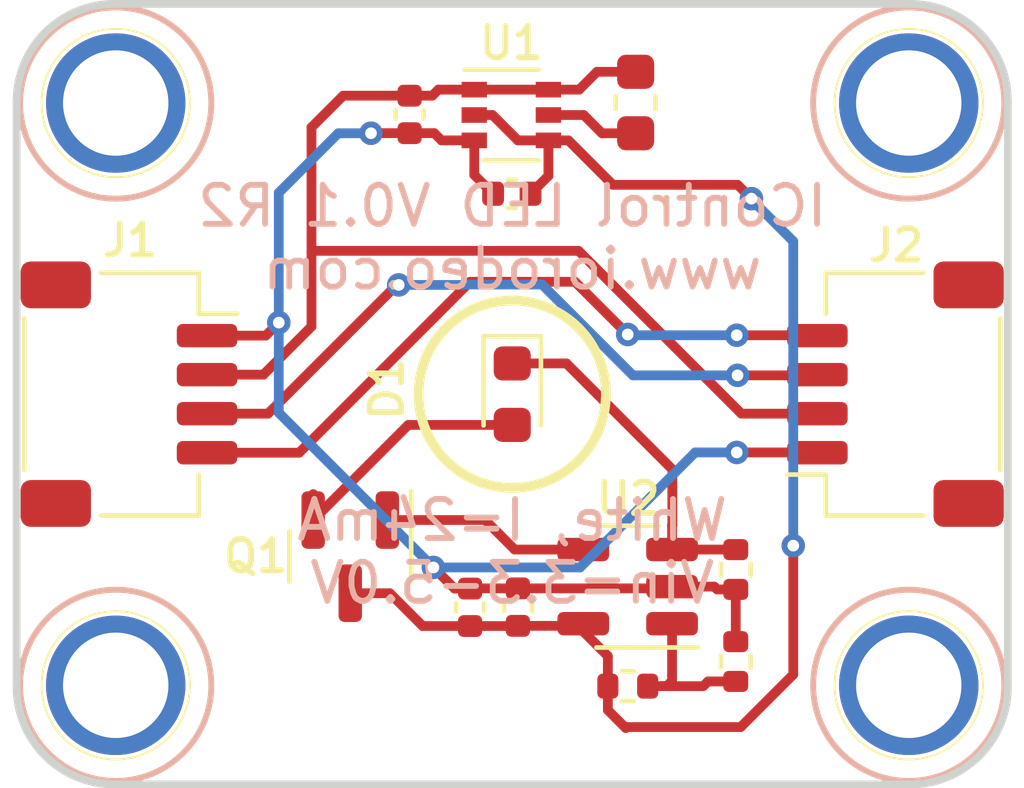
<source format=kicad_pcb>
(kicad_pcb (version 20221018) (generator pcbnew)
  (layers (0 "F.Cu" signal) (31 "B.Cu" signal) (34 "B.Paste" user) (35 "F.Paste" user) (36 "B.SilkS" user "B.Silkscreen") (37 "F.SilkS" user "F.Silkscreen") (38 "B.Mask" user) (39 "F.Mask" user) (44 "Edge.Cuts" user))
  (net 0 "")
  (net 1 "GND")
  (net 2 "/VIN")
  (net 3 "/VL")
  (net 4 "/SCL")
  (net 5 "/SDA")
  (net 6 "/5V")
  (net 7 "Net-(D1-K)")
  (net 8 "Net-(D1-A)")
  (net 9 "Net-(Q1-B)")
  (net 10 "/Vset")
  (footprint "custom_mount_hole:MountingHole_2.5mm_Pad" (layer "F.Cu") (at 52.54 52.54)
    (fp_text reference "M1" hide)
    (fp_text value "MountingHole_2.5mm_Pad" hide)
    (fp_circle (center 0 0) (end 2.45 0) (stroke (width 0.15)) (fill none) (layer "B.SilkS"))
    (fp_circle (center 0 0) (end 1.9 0) (stroke (width 0.05)) (fill none) (layer "F.SilkS"))
    (fp_circle (center 0 0) (end 2.45 0) (stroke (width 0.15)) (fill none) (layer "F.SilkS"))
    (pad "~" thru_hole circle (at 0 0) (size 3.57 3.57) (drill 2.7) (layers "*.Cu" "*.Mask"))
  )
  (footprint "custom_mount_hole:MountingHole_2.5mm_Pad" (layer "F.Cu") (at 72.86 52.54)
    (fp_text reference "M2" hide)
    (fp_text value "MountingHole_2.5mm_Pad" hide)
    (fp_circle (center 0 0) (end 2.45 0) (stroke (width 0.15)) (fill none) (layer "B.SilkS"))
    (fp_circle (center 0 0) (end 1.9 0) (stroke (width 0.05)) (fill none) (layer "F.SilkS"))
    (fp_circle (center 0 0) (end 2.45 0) (stroke (width 0.15)) (fill none) (layer "F.SilkS"))
    (pad "~" thru_hole circle (at 0 0) (size 3.57 3.57) (drill 2.7) (layers "*.Cu" "*.Mask"))
  )
  (footprint "custom_mount_hole:MountingHole_2.5mm_Pad" (layer "F.Cu") (at 72.86 67.46)
    (fp_text reference "M3" hide)
    (fp_text value "MountingHole_2.5mm_Pad" hide)
    (fp_circle (center 0 0) (end 2.45 0) (stroke (width 0.15)) (fill none) (layer "B.SilkS"))
    (fp_circle (center 0 0) (end 1.9 0) (stroke (width 0.05)) (fill none) (layer "F.SilkS"))
    (fp_circle (center 0 0) (end 2.45 0) (stroke (width 0.15)) (fill none) (layer "F.SilkS"))
    (pad "~" thru_hole circle (at 0 0) (size 3.57 3.57) (drill 2.7) (layers "*.Cu" "*.Mask"))
  )
  (footprint "custom_mount_hole:MountingHole_2.5mm_Pad" (layer "F.Cu") (at 52.54 67.46)
    (fp_text reference "M4" hide)
    (fp_text value "MountingHole_2.5mm_Pad" hide)
    (fp_circle (center 0 0) (end 2.45 0) (stroke (width 0.15)) (fill none) (layer "B.SilkS"))
    (fp_circle (center 0 0) (end 1.9 0) (stroke (width 0.05)) (fill none) (layer "F.SilkS"))
    (fp_circle (center 0 0) (end 2.45 0) (stroke (width 0.15)) (fill none) (layer "F.SilkS"))
    (pad "~" thru_hole circle (at 0 0) (size 3.57 3.57) (drill 2.7) (layers "*.Cu" "*.Mask"))
  )
  (footprint "LED_SMD:LED_0603_1608Metric" (layer "F.Cu") (at 62.7 60 -90)
    (fp_text reference "D1" (at -0.1322 3.2132 90) (layer "F.SilkS") (effects (font (size 0.8 0.8))))
    (fp_text value "LED" hide)
    (fp_line (start -1.485 -0.735) (end -1.485 0.735) (stroke (width 0.12)) (layer "F.SilkS"))
    (fp_line (start -1.485 0.735) (end 0.8 0.735) (stroke (width 0.12)) (layer "F.SilkS"))
    (fp_line (start 0.8 -0.735) (end -1.485 -0.735) (stroke (width 0.12)) (layer "F.SilkS"))
    (pad "1" smd roundrect (at -0.7875 0 270) (size 0.875 0.95) (layers "F.Cu" "F.Paste" "F.Mask") (net 7 "Net-(D1-K)"))
    (pad "2" smd roundrect (at 0.7875 0 270) (size 0.875 0.95) (layers "F.Cu" "F.Paste" "F.Mask") (net 8 "Net-(D1-A)"))
  )
  (footprint "JST_SH_SM04B_custom:JST_SH_SM04B-SRSS-TB_1x04-1MP_P1.00mm_Horizontal" (layer "F.Cu") (at 52.88 60 -90)
    (fp_text reference "J1" (at -3.9422 -0.0298) (layer "F.SilkS") (effects (font (size 0.8 0.8))))
    (fp_text value "Conn_01x04" hide)
    (fp_line (start -3.11 -1.785) (end -2.06 -1.785) (stroke (width 0.12)) (layer "F.SilkS"))
    (fp_line (start -3.11 0.715) (end -3.11 -1.785) (stroke (width 0.12)) (layer "F.SilkS"))
    (fp_line (start -2.06 -1.785) (end -2.06 -2.775) (stroke (width 0.12)) (layer "F.SilkS"))
    (fp_line (start -1.94 2.685) (end 1.94 2.685) (stroke (width 0.12)) (layer "F.SilkS"))
    (fp_line (start 3.11 -1.785) (end 2.06 -1.785) (stroke (width 0.12)) (layer "F.SilkS"))
    (fp_line (start 3.11 0.715) (end 3.11 -1.785) (stroke (width 0.12)) (layer "F.SilkS"))
    (pad "1" smd roundrect (at -1.5 -2 270) (size 0.6 1.55) (layers "F.Cu" "F.Paste" "F.Mask") (net 1 "GND"))
    (pad "2" smd roundrect (at -0.5 -2 270) (size 0.6 1.55) (layers "F.Cu" "F.Paste" "F.Mask") (net 2 "/VIN"))
    (pad "3" smd roundrect (at 0.5 -2 270) (size 0.6 1.55) (layers "F.Cu" "F.Paste" "F.Mask") (net 5 "/SDA"))
    (pad "4" smd roundrect (at 1.5 -2 270) (size 0.6 1.55) (layers "F.Cu" "F.Paste" "F.Mask") (net 4 "/SCL"))
    (pad "MP" smd roundrect (at -2.8 1.875 270) (size 1.2 1.8) (layers "F.Cu" "F.Paste" "F.Mask") (roundrect_rratio 0.2083333333))
    (pad "MP" smd roundrect (at 2.8 1.875 270) (size 1.2 1.8) (layers "F.Cu" "F.Paste" "F.Mask") (roundrect_rratio 0.2083333333))
  )
  (footprint "JST_SH_SM04B_custom:JST_SH_SM04B-SRSS-TB_1x04-1MP_P1.00mm_Horizontal" (layer "F.Cu") (at 72.52 60 90)
    (fp_text reference "J2" (at 3.8152 0.0208 180) (layer "F.SilkS") (effects (font (size 0.8 0.8))))
    (fp_text value "Conn_01x04" hide)
    (fp_line (start -3.11 -1.785) (end -2.06 -1.785) (stroke (width 0.12)) (layer "F.SilkS"))
    (fp_line (start -3.11 0.715) (end -3.11 -1.785) (stroke (width 0.12)) (layer "F.SilkS"))
    (fp_line (start -2.06 -1.785) (end -2.06 -2.775) (stroke (width 0.12)) (layer "F.SilkS"))
    (fp_line (start -1.94 2.685) (end 1.94 2.685) (stroke (width 0.12)) (layer "F.SilkS"))
    (fp_line (start 3.11 -1.785) (end 2.06 -1.785) (stroke (width 0.12)) (layer "F.SilkS"))
    (fp_line (start 3.11 0.715) (end 3.11 -1.785) (stroke (width 0.12)) (layer "F.SilkS"))
    (pad "1" smd roundrect (at -1.5 -2 90) (size 0.6 1.55) (layers "F.Cu" "F.Paste" "F.Mask") (net 1 "GND"))
    (pad "2" smd roundrect (at -0.5 -2 90) (size 0.6 1.55) (layers "F.Cu" "F.Paste" "F.Mask") (net 2 "/VIN"))
    (pad "3" smd roundrect (at 0.5 -2 90) (size 0.6 1.55) (layers "F.Cu" "F.Paste" "F.Mask") (net 5 "/SDA"))
    (pad "4" smd roundrect (at 1.5 -2 90) (size 0.6 1.55) (layers "F.Cu" "F.Paste" "F.Mask") (net 4 "/SCL"))
    (pad "MP" smd roundrect (at -2.8 1.875 90) (size 1.2 1.8) (layers "F.Cu" "F.Paste" "F.Mask") (roundrect_rratio 0.2083333333))
    (pad "MP" smd roundrect (at 2.8 1.875 90) (size 1.2 1.8) (layers "F.Cu" "F.Paste" "F.Mask") (roundrect_rratio 0.2083333333))
  )
  (footprint "Resistor_SMD:R_0402_1005Metric" (layer "F.Cu") (at 68.4276 64.4926 -90)
    (fp_text reference "R1" hide)
    (fp_text value "10" hide)
    (fp_line (start -0.153641 -0.38) (end 0.153641 -0.38) (stroke (width 0.12)) (layer "F.SilkS"))
    (fp_line (start -0.153641 0.38) (end 0.153641 0.38) (stroke (width 0.12)) (layer "F.SilkS"))
    (pad "1" smd roundrect (at -0.51 0 270) (size 0.54 0.64) (layers "F.Cu" "F.Paste" "F.Mask") (net 7 "Net-(D1-K)"))
    (pad "2" smd roundrect (at 0.51 0 270) (size 0.54 0.64) (layers "F.Cu" "F.Paste" "F.Mask") (net 1 "GND"))
  )
  (footprint "Package_TO_SOT_SMD:SOT-23-5" (layer "F.Cu") (at 65.6577 64.931 180)
    (fp_text reference "U2" (at -0.0125 2.25) (layer "F.SilkS") (effects (font (size 0.8 0.8) (thickness 0.15) bold)))
    (fp_text value "LMV321")
    (fp_line (start 0 -1.56) (end -1.8 -1.56) (stroke (width 0.12)) (layer "F.SilkS"))
    (fp_line (start 0 -1.56) (end 0.8 -1.56) (stroke (width 0.12)) (layer "F.SilkS"))
    (fp_line (start 0 1.56) (end -0.8 1.56) (stroke (width 0.12)) (layer "F.SilkS"))
    (fp_line (start 0 1.56) (end 0.8 1.56) (stroke (width 0.12)) (layer "F.SilkS"))
    (pad "1" smd roundrect (at -1.1375 -0.95 180) (size 1.325 0.6) (layers "F.Cu" "F.Paste" "F.Mask") (net 10 "/Vset"))
    (pad "2" smd roundrect (at -1.1375 0 180) (size 1.325 0.6) (layers "F.Cu" "F.Paste" "F.Mask") (net 1 "GND"))
    (pad "3" smd roundrect (at -1.1375 0.95 180) (size 1.325 0.6) (layers "F.Cu" "F.Paste" "F.Mask") (net 7 "Net-(D1-K)"))
    (pad "4" smd roundrect (at 1.1375 0.95 180) (size 1.325 0.6) (layers "F.Cu" "F.Paste" "F.Mask") (net 9 "Net-(Q1-B)"))
    (pad "5" smd roundrect (at 1.1375 -0.95 180) (size 1.325 0.6) (layers "F.Cu" "F.Paste" "F.Mask") (net 6 "/5V"))
  )
  (footprint "Capacitor_SMD:C_0402_1005Metric" (layer "F.Cu") (at 62.8452 65.456 90)
    (fp_text reference "C3" hide)
    (fp_text value "0.1uF" hide)
    (fp_line (start -0.107836 -0.36) (end 0.107836 -0.36) (stroke (width 0.12)) (layer "F.SilkS"))
    (fp_line (start -0.107836 0.36) (end 0.107836 0.36) (stroke (width 0.12)) (layer "F.SilkS"))
    (pad "1" smd roundrect (at -0.48 0 90) (size 0.56 0.62) (layers "F.Cu" "F.Paste" "F.Mask") (net 6 "/5V"))
    (pad "2" smd roundrect (at 0.48 0 90) (size 0.56 0.62) (layers "F.Cu" "F.Paste" "F.Mask") (net 1 "GND"))
  )
  (footprint "Resistor_SMD:R_0402_1005Metric" (layer "F.Cu") (at 68.4276 66.8508 90)
    (fp_text reference "R3" hide)
    (fp_text value "1k" hide)
    (fp_line (start -0.153641 -0.38) (end 0.153641 -0.38) (stroke (width 0.12)) (layer "F.SilkS"))
    (fp_line (start -0.153641 0.38) (end 0.153641 0.38) (stroke (width 0.12)) (layer "F.SilkS"))
    (pad "1" smd roundrect (at -0.51 0 90) (size 0.54 0.64) (layers "F.Cu" "F.Paste" "F.Mask") (net 10 "/Vset"))
    (pad "2" smd roundrect (at 0.51 0 90) (size 0.54 0.64) (layers "F.Cu" "F.Paste" "F.Mask") (net 1 "GND"))
  )
  (footprint "Inductor_SMD:L_0603_1608Metric" (layer "F.Cu") (at 65.8622 52.5272 -90)
    (fp_text reference "L1" hide)
    (fp_text value "4.7uF" hide)
    (fp_line (start -0.162779 -0.51) (end 0.162779 -0.51) (stroke (width 0.12)) (layer "F.SilkS"))
    (fp_line (start -0.162779 0.51) (end 0.162779 0.51) (stroke (width 0.12)) (layer "F.SilkS"))
    (pad "1" smd roundrect (at -0.7875 0 270) (size 0.875 0.95) (layers "F.Cu" "F.Paste" "F.Mask") (net 2 "/VIN"))
    (pad "2" smd roundrect (at 0.7875 0 270) (size 0.875 0.95) (layers "F.Cu" "F.Paste" "F.Mask") (net 3 "/VL"))
  )
  (footprint "Resistor_SMD:R_0402_1005Metric" (layer "F.Cu") (at 65.6602 67.481)
    (fp_text reference "R2" hide)
    (fp_text value "30k" hide)
    (fp_line (start -0.153641 -0.38) (end 0.153641 -0.38) (stroke (width 0.12)) (layer "F.SilkS"))
    (fp_line (start -0.153641 0.38) (end 0.153641 0.38) (stroke (width 0.12)) (layer "F.SilkS"))
    (pad "1" smd roundrect (at -0.51 0) (size 0.54 0.64) (layers "F.Cu" "F.Paste" "F.Mask") (net 6 "/5V"))
    (pad "2" smd roundrect (at 0.51 0) (size 0.54 0.64) (layers "F.Cu" "F.Paste" "F.Mask") (net 10 "/Vset"))
  )
  (footprint "Capacitor_SMD:C_0402_1005Metric" (layer "F.Cu") (at 60.071 52.832 90)
    (fp_text reference "C1" hide)
    (fp_text value "10uF" hide)
    (fp_line (start -0.107836 -0.36) (end 0.107836 -0.36) (stroke (width 0.12)) (layer "F.SilkS"))
    (fp_line (start -0.107836 0.36) (end 0.107836 0.36) (stroke (width 0.12)) (layer "F.SilkS"))
    (pad "1" smd roundrect (at -0.48 0 90) (size 0.56 0.62) (layers "F.Cu" "F.Paste" "F.Mask") (net 1 "GND"))
    (pad "2" smd roundrect (at 0.48 0 90) (size 0.56 0.62) (layers "F.Cu" "F.Paste" "F.Mask") (net 2 "/VIN"))
  )
  (footprint "Package_TO_SOT_SMD:SOT-363_SC-70-6" (layer "F.Cu") (at 62.677 52.847)
    (fp_text reference "U1" (at 0 -1.8438) (layer "F.SilkS") (effects (font (size 0.8 0.8))))
    (fp_text value "TPS61222DCK" hide)
    (fp_line (start -0.7 1.16) (end 0.7 1.16) (stroke (width 0.12)) (layer "F.SilkS"))
    (fp_line (start 0.7 -1.16) (end -1.2 -1.16) (stroke (width 0.12)) (layer "F.SilkS"))
    (pad "1" smd rect (at -0.95 -0.65) (size 0.65 0.4) (layers "F.Cu" "F.Paste" "F.Mask") (net 2 "/VIN"))
    (pad "2" smd rect (at -0.95 0) (size 0.65 0.4) (layers "F.Cu" "F.Paste" "F.Mask") (net 6 "/5V"))
    (pad "3" smd rect (at -0.95 0.65) (size 0.65 0.4) (layers "F.Cu" "F.Paste" "F.Mask") (net 1 "GND"))
    (pad "4" smd rect (at 0.95 0.65) (size 0.65 0.4) (layers "F.Cu" "F.Paste" "F.Mask") (net 6 "/5V"))
    (pad "5" smd rect (at 0.95 0) (size 0.65 0.4) (layers "F.Cu" "F.Paste" "F.Mask") (net 3 "/VL"))
    (pad "6" smd rect (at 0.95 -0.65) (size 0.65 0.4) (layers "F.Cu" "F.Paste" "F.Mask") (net 2 "/VIN"))
  )
  (footprint "Capacitor_SMD:C_0402_1005Metric" (layer "F.Cu") (at 61.6202 65.461 90)
    (fp_text reference "C4" hide)
    (fp_text value "10uF" hide)
    (fp_line (start -0.107836 -0.36) (end 0.107836 -0.36) (stroke (width 0.12)) (layer "F.SilkS"))
    (fp_line (start -0.107836 0.36) (end 0.107836 0.36) (stroke (width 0.12)) (layer "F.SilkS"))
    (pad "1" smd roundrect (at -0.48 0 90) (size 0.56 0.62) (layers "F.Cu" "F.Paste" "F.Mask") (net 6 "/5V"))
    (pad "2" smd roundrect (at 0.48 0 90) (size 0.56 0.62) (layers "F.Cu" "F.Paste" "F.Mask") (net 1 "GND"))
  )
  (footprint "Package_TO_SOT_SMD:SOT-23" (layer "F.Cu") (at 58.55 64.1625 -90)
    (fp_text reference "Q1" (at -0.0125 2.425 -180) (layer "F.SilkS") (effects (font (size 0.8 0.8) (thickness 0.15) bold)))
    (fp_text value "MMBT5551L" hide)
    (fp_line (start 0 -1.56) (end -1.675 -1.56) (stroke (width 0.12)) (layer "F.SilkS"))
    (fp_line (start 0 -1.56) (end 0.65 -1.56) (stroke (width 0.12)) (layer "F.SilkS"))
    (fp_line (start 0 1.56) (end -0.65 1.56) (stroke (width 0.12)) (layer "F.SilkS"))
    (fp_line (start 0 1.56) (end 0.65 1.56) (stroke (width 0.12)) (layer "F.SilkS"))
    (pad "1" smd roundrect (at -0.9375 -0.95 270) (size 1.475 0.6) (layers "F.Cu" "F.Paste" "F.Mask") (net 9 "Net-(Q1-B)"))
    (pad "2" smd roundrect (at -0.9375 0.95 270) (size 1.475 0.6) (layers "F.Cu" "F.Paste" "F.Mask") (net 8 "Net-(D1-A)"))
    (pad "3" smd roundrect (at 0.9375 0 270) (size 1.475 0.6) (layers "F.Cu" "F.Paste" "F.Mask") (net 6 "/5V"))
  )
  (footprint "Capacitor_SMD:C_0402_1005Metric" (layer "F.Cu") (at 62.6898 54.864)
    (fp_text reference "C2" hide)
    (fp_text value "10uF" hide)
    (fp_line (start -0.107836 -0.36) (end 0.107836 -0.36) (stroke (width 0.12)) (layer "F.SilkS"))
    (fp_line (start -0.107836 0.36) (end 0.107836 0.36) (stroke (width 0.12)) (layer "F.SilkS"))
    (pad "1" smd roundrect (at -0.48 0) (size 0.56 0.62) (layers "F.Cu" "F.Paste" "F.Mask") (net 1 "GND"))
    (pad "2" smd roundrect (at 0.48 0) (size 0.56 0.62) (layers "F.Cu" "F.Paste" "F.Mask") (net 6 "/5V"))
  )
  (gr_circle (center 62.7 60) (end 65.1 60) (stroke (width 0.25)) (fill none) (layer "F.SilkS"))
  (gr_arc (start 72.9 50) (mid 74.667767 50.732233) (end 75.4 52.5) (stroke (width 0.2)) (layer "Edge.Cuts"))
  (gr_arc (start 52.5 70) (mid 50.732233 69.267767) (end 50 67.5) (stroke (width 0.2)) (layer "Edge.Cuts"))
  (gr_line (start 52.5 50) (end 72.9 50) (stroke (width 0.2)) (layer "Edge.Cuts"))
  (gr_arc (start 50 52.5) (mid 50.732233 50.732233) (end 52.5 50) (stroke (width 0.2)) (layer "Edge.Cuts"))
  (gr_arc (start 75.4 67.5) (mid 74.667767 69.267767) (end 72.9 70) (stroke (width 0.2)) (layer "Edge.Cuts"))
  (gr_line (start 50 52.5) (end 50 67.5) (stroke (width 0.2)) (layer "Edge.Cuts"))
  (gr_line (start 52.5 70) (end 72.9 70) (stroke (width 0.2)) (layer "Edge.Cuts"))
  (gr_line (start 75.4 52.5) (end 75.4 67.5) (stroke (width 0.2)) (layer "Edge.Cuts"))
  (gr_text "IControl LED V0.1 R2\nwww.iorodeo.com\n\n\n\nWhite, I=24mA\nVin=3.3-5.0V" (at 62.7 60.01) (layer "B.SilkS") (effects (font (size 1 1)) (justify mirror)))
  (segment (start 61.2218 64.981) (end 60.6806 64.4398) (width 0.25) (layer "F.Cu") (net 1))
  (segment (start 68.4276 65.0026) (end 68.4276 66.3408) (width 0.25) (layer "F.Cu") (net 1))
  (segment (start 60.071 53.312) (end 60.7034 53.312) (width 0.25) (layer "F.Cu") (net 1))
  (segment (start 60.7034 53.312) (end 60.8884 53.497) (width 0.25) (layer "F.Cu") (net 1))
  (segment (start 62.8452 64.976) (end 61.6252 64.976) (width 0.25) (layer "F.Cu") (net 1))
  (segment (start 68.4276 65.0026) (end 67.949 65.0026) (width 0.25) (layer "F.Cu") (net 1))
  (segment (start 70.3134 61.4934) (end 70.32 61.5) (width 0.25) (layer "F.Cu") (net 1))
  (segment (start 62.8452 64.976) (end 63.9452 64.976) (width 0.25) (layer "F.Cu") (net 1))
  (segment (start 67.949 65.0026) (end 67.8774 64.931) (width 0.25) (layer "F.Cu") (net 1))
  (segment (start 68.453 61.4934) (end 70.4134 61.4934) (width 0.25) (layer "F.Cu") (net 1))
  (segment (start 59.083 53.312) (end 59.0804 53.3146) (width 0.25) (layer "F.Cu") (net 1))
  (segment (start 56.3842 58.5) (end 54.98 58.5) (width 0.25) (layer "F.Cu") (net 1))
  (segment (start 70.4134 61.4934) (end 70.42 61.5) (width 0.25) (layer "F.Cu") (net 1))
  (segment (start 56.3842 58.5) (end 56.7182 58.166) (width 0.25) (layer "F.Cu") (net 1))
  (segment (start 70.7684 61.4934) (end 70.775 61.5) (width 0.25) (layer "F.Cu") (net 1))
  (segment (start 70.3634 61.4934) (end 70.37 61.5) (width 0.25) (layer "F.Cu") (net 1))
  (segment (start 61.727 54.3812) (end 62.2098 54.864) (width 0.25) (layer "F.Cu") (net 1))
  (segment (start 61.6202 64.981) (end 61.2218 64.981) (width 0.25) (layer "F.Cu") (net 1))
  (segment (start 66.7502 64.976) (end 66.7952 64.931) (width 0.25) (layer "F.Cu") (net 1))
  (segment (start 60.8884 53.497) (end 61.727 53.497) (width 0.25) (layer "F.Cu") (net 1))
  (segment (start 67.8774 64.931) (end 66.7952 64.931) (width 0.25) (layer "F.Cu") (net 1))
  (segment (start 60.071 53.312) (end 59.083 53.312) (width 0.25) (layer "F.Cu") (net 1))
  (segment (start 61.727 53.497) (end 61.727 54.3812) (width 0.25) (layer "F.Cu") (net 1))
  (segment (start 63.9452 64.976) (end 66.7502 64.976) (width 0.25) (layer "F.Cu") (net 1))
  (segment (start 61.6252 64.976) (end 61.6202 64.981) (width 0.25) (layer "F.Cu") (net 1))
  (via (at 60.6806 64.4398) (size 0.6) (drill 0.3) (layers "F.Cu" "B.Cu") (net 1))
  (via (at 56.7182 58.166) (size 0.6) (drill 0.3) (layers "F.Cu" "B.Cu") (net 1))
  (via (at 59.0804 53.3146) (size 0.6) (drill 0.3) (layers "F.Cu" "B.Cu") (net 1))
  (via (at 68.453 61.4934) (size 0.6) (drill 0.3) (layers "F.Cu" "B.Cu") (net 1))
  (segment (start 67.3862 61.4934) (end 68.453 61.4934) (width 0.25) (layer "B.Cu") (net 1))
  (segment (start 56.7182 54.8386) (end 58.2422 53.3146) (width 0.25) (layer "B.Cu") (net 1))
  (segment (start 60.6806 64.4398) (end 64.4398 64.4398) (width 0.25) (layer "B.Cu") (net 1))
  (segment (start 64.4398 64.4398) (end 67.3862 61.4934) (width 0.25) (layer "B.Cu") (net 1))
  (segment (start 56.7182 60.4774) (end 60.6806 64.4398) (width 0.25) (layer "B.Cu") (net 1))
  (segment (start 58.2422 53.3146) (end 59.0804 53.3146) (width 0.25) (layer "B.Cu") (net 1))
  (segment (start 56.7182 58.166) (end 56.7182 54.8386) (width 0.25) (layer "B.Cu") (net 1))
  (segment (start 56.7182 58.166) (end 56.7182 60.4774) (width 0.25) (layer "B.Cu") (net 1))
  (segment (start 60.6526 52.352) (end 60.8076 52.197) (width 0.25) (layer "F.Cu") (net 2))
  (segment (start 60.071 52.352) (end 60.6526 52.352) (width 0.25) (layer "F.Cu") (net 2))
  (segment (start 57.5564 53.1622) (end 58.3666 52.352) (width 0.25) (layer "F.Cu") (net 2))
  (segment (start 56.324 59.5) (end 57.5564 58.2676) (width 0.25) (layer "F.Cu") (net 2))
  (segment (start 64.8717 51.7397) (end 65.8622 51.7397) (width 0.25) (layer "F.Cu") (net 2))
  (segment (start 64.4144 52.197) (end 64.8717 51.7397) (width 0.25) (layer "F.Cu") (net 2))
  (segment (start 57.5564 56.3372) (end 57.5564 53.1622) (width 0.25) (layer "F.Cu") (net 2))
  (segment (start 57.5661 56.3275) (end 64.399584 56.3275) (width 0.25) (layer "F.Cu") (net 2))
  (segment (start 57.5564 58.2676) (end 57.5564 56.3372) (width 0.25) (layer "F.Cu") (net 2))
  (segment (start 63.627 52.197) (end 64.4144 52.197) (width 0.25) (layer "F.Cu") (net 2))
  (segment (start 57.5564 56.3372) (end 57.5661 56.3275) (width 0.25) (layer "F.Cu") (net 2))
  (segment (start 56.324 59.5) (end 54.98 59.5) (width 0.25) (layer "F.Cu") (net 2))
  (segment (start 58.3666 52.352) (end 60.071 52.352) (width 0.25) (layer "F.Cu") (net 2))
  (segment (start 64.399584 56.3275) (end 68.572084 60.5) (width 0.25) (layer "F.Cu") (net 2))
  (segment (start 68.572084 60.5) (end 70.42 60.5) (width 0.25) (layer "F.Cu") (net 2))
  (segment (start 61.727 52.197) (end 63.627 52.197) (width 0.25) (layer "F.Cu") (net 2))
  (segment (start 60.8076 52.197) (end 61.727 52.197) (width 0.25) (layer "F.Cu") (net 2))
  (segment (start 64.531 52.847) (end 63.627 52.847) (width 0.25) (layer "F.Cu") (net 3))
  (segment (start 65.8622 53.3147) (end 64.9987 53.3147) (width 0.25) (layer "F.Cu") (net 3))
  (segment (start 64.9987 53.3147) (end 64.531 52.847) (width 0.25) (layer "F.Cu") (net 3))
  (segment (start 57.24 61.5) (end 54.98 61.5) (width 0.25) (layer "F.Cu") (net 4))
  (segment (start 61.62 57.12) (end 57.24 61.5) (width 0.25) (layer "F.Cu") (net 4))
  (segment (start 68.453 58.49) (end 70.41 58.49) (width 0.25) (layer "F.Cu") (net 4))
  (segment (start 70.36 58.49) (end 70.37 58.5) (width 0.25) (layer "F.Cu") (net 4))
  (segment (start 70.41 58.49) (end 70.42 58.5) (width 0.25) (layer "F.Cu") (net 4))
  (segment (start 65.659 58.4708) (end 64.3082 57.12) (width 0.25) (layer "F.Cu") (net 4))
  (segment (start 70.31 58.49) (end 70.32 58.5) (width 0.25) (layer "F.Cu") (net 4))
  (segment (start 64.3082 57.12) (end 61.62 57.12) (width 0.25) (layer "F.Cu") (net 4))
  (via (at 68.453 58.49) (size 0.6) (drill 0.3) (layers "F.Cu" "B.Cu") (net 4))
  (via (at 65.659 58.4708) (size 0.6) (drill 0.3) (layers "F.Cu" "B.Cu") (net 4))
  (segment (start 68.453 58.49) (end 65.6782 58.49) (width 0.25) (layer "B.Cu") (net 4))
  (segment (start 65.6782 58.49) (end 65.659 58.4708) (width 0.25) (layer "B.Cu") (net 4))
  (segment (start 59.7916 57.2008) (end 59.7408 57.2008) (width 0.25) (layer "F.Cu") (net 5))
  (segment (start 68.472931 59.517669) (end 70.402331 59.517669) (width 0.25) (layer "F.Cu") (net 5))
  (segment (start 68.472931 59.517669) (end 68.4906 59.5) (width 0.25) (layer "F.Cu") (net 5))
  (segment (start 70.402331 59.517669) (end 70.42 59.5) (width 0.25) (layer "F.Cu") (net 5))
  (segment (start 59.7408 57.2008) (end 56.4416 60.5) (width 0.25) (layer "F.Cu") (net 5))
  (segment (start 56.4416 60.5) (end 54.98 60.5) (width 0.25) (layer "F.Cu") (net 5))
  (segment (start 68.472931 59.517669) (end 68.455262 59.5) (width 0.25) (layer "F.Cu") (net 5))
  (segment (start 70.352331 59.517669) (end 70.37 59.5) (width 0.25) (layer "F.Cu") (net 5))
  (via (at 59.7916 57.2008) (size 0.6) (drill 0.3) (layers "F.Cu" "B.Cu") (net 5))
  (via (at 68.472931 59.517669) (size 0.6) (drill 0.3) (layers "F.Cu" "B.Cu") (net 5))
  (segment (start 61.4492 57.2008) (end 59.7916 57.2008) (width 0.25) (layer "B.Cu") (net 5))
  (segment (start 68.472931 59.517669) (end 65.791469 59.517669) (width 0.25) (layer "B.Cu") (net 5))
  (segment (start 65.791469 59.517669) (end 63.4638 57.19) (width 0.25) (layer "B.Cu") (net 5))
  (segment (start 61.46 57.19) (end 61.4492 57.2008) (width 0.25) (layer "B.Cu") (net 5))
  (segment (start 63.4638 57.19) (end 61.46 57.19) (width 0.25) (layer "B.Cu") (net 5))
  (segment (start 63.627 54.4068) (end 63.1698 54.864) (width 0.25) (layer "F.Cu") (net 6))
  (segment (start 64.5202 65.881) (end 64.5202 66.081) (width 0.25) (layer "F.Cu") (net 6))
  (segment (start 62.8402 65.941) (end 62.8452 65.936) (width 0.25) (layer "F.Cu") (net 6))
  (segment (start 63.5452 65.936) (end 64.4652 65.936) (width 0.25) (layer "F.Cu") (net 6))
  (segment (start 61.6202 65.941) (end 60.4038 65.941) (width 0.25) (layer "F.Cu") (net 6))
  (segment (start 65.6082 68.5546) (end 65.1502 68.0966) (width 0.25) (layer "F.Cu") (net 6))
  (segment (start 58.55 65.1) (end 58.55 65.5858) (width 0.25) (layer "F.Cu") (net 6))
  (segment (start 62.8452 65.936) (end 63.5452 65.936) (width 0.25) (layer "F.Cu") (net 6))
  (segment (start 61.727 52.847) (end 62.1942 52.847) (width 0.25) (layer "F.Cu") (net 6))
  (segment (start 68.5546 68.5292) (end 65.6336 68.5292) (width 0.25) (layer "F.Cu") (net 6))
  (segment (start 65.1502 66.711) (end 65.1502 67.481) (width 0.25) (layer "F.Cu") (net 6))
  (segment (start 68.4754 54.6354) (end 68.83 54.99) (width 0.25) (layer "F.Cu") (net 6))
  (segment (start 63.627 53.497) (end 64.1396 53.497) (width 0.25) (layer "F.Cu") (net 6))
  (segment (start 65.278 54.6354) (end 68.4754 54.6354) (width 0.25) (layer "F.Cu") (net 6))
  (segment (start 62.1942 52.847) (end 62.8442 53.497) (width 0.25) (layer "F.Cu") (net 6))
  (segment (start 64.5202 66.081) (end 65.1502 66.711) (width 0.25) (layer "F.Cu") (net 6))
  (segment (start 61.6202 65.941) (end 62.8402 65.941) (width 0.25) (layer "F.Cu") (net 6))
  (segment (start 59.5628 65.1) (end 58.55 65.1) (width 0.25) (layer "F.Cu") (net 6))
  (segment (start 65.6336 68.5292) (end 65.6082 68.5546) (width 0.25) (layer "F.Cu") (net 6))
  (segment (start 63.627 53.497) (end 63.627 54.4068) (width 0.25) (layer "F.Cu") (net 6))
  (segment (start 64.1396 53.497) (end 65.278 54.6354) (width 0.25) (layer "F.Cu") (net 6))
  (segment (start 69.9008 67.183) (end 68.5546 68.5292) (width 0.25) (layer "F.Cu") (net 6))
  (segment (start 60.4038 65.941) (end 59.5628 65.1) (width 0.25) (layer "F.Cu") (net 6))
  (segment (start 69.9008 63.881) (end 69.9008 67.183) (width 0.25) (layer "F.Cu") (net 6))
  (segment (start 62.8442 53.497) (end 63.627 53.497) (width 0.25) (layer "F.Cu") (net 6))
  (segment (start 65.1502 68.0966) (end 65.1502 67.481) (width 0.25) (layer "F.Cu") (net 6))
  (segment (start 64.4652 65.936) (end 64.5202 65.881) (width 0.25) (layer "F.Cu") (net 6))
  (via (at 69.9008 63.881) (size 0.6) (drill 0.3) (layers "F.Cu" "B.Cu") (net 6))
  (via (at 68.83 54.99) (size 0.6) (drill 0.3) (layers "F.Cu" "B.Cu") (net 6))
  (segment (start 69.9008 56.0832) (end 68.83 55.0124) (width 0.25) (layer "B.Cu") (net 6))
  (segment (start 68.83 55.0124) (end 68.83 54.99) (width 0.25) (layer "B.Cu") (net 6))
  (segment (start 69.9008 63.881) (end 69.9008 56.0832) (width 0.25) (layer "B.Cu") (net 6))
  (segment (start 68.426 63.981) (end 68.4276 63.9826) (width 0.25) (layer "F.Cu") (net 7))
  (segment (start 66.802 61.9252) (end 66.802 63.3476) (width 0.25) (layer "F.Cu") (net 7))
  (segment (start 62.7 59.2125) (end 64.0893 59.2125) (width 0.25) (layer "F.Cu") (net 7))
  (segment (start 66.7952 63.981) (end 68.426 63.981) (width 0.25) (layer "F.Cu") (net 7))
  (segment (start 64.0893 59.2125) (end 66.802 61.9252) (width 0.25) (layer "F.Cu") (net 7))
  (segment (start 66.7952 63.3544) (end 66.7952 63.981) (width 0.25) (layer "F.Cu") (net 7))
  (segment (start 66.802 63.3476) (end 66.7952 63.3544) (width 0.25) (layer "F.Cu") (net 7))
  (segment (start 60.0375 60.7875) (end 62.7 60.7875) (width 0.25) (layer "F.Cu") (net 8))
  (segment (start 57.6 63.225) (end 57.6 62.56) (width 0.25) (layer "F.Cu") (net 8))
  (segment (start 57.6 63.225) (end 60.0375 60.7875) (width 0.25) (layer "F.Cu") (net 8))
  (segment (start 62.0058 63.225) (end 59.5 63.225) (width 0.25) (layer "F.Cu") (net 9))
  (segment (start 59.545 63.18) (end 59.5 63.225) (width 0.25) (layer "F.Cu") (net 9))
  (segment (start 64.5202 63.981) (end 62.7618 63.981) (width 0.25) (layer "F.Cu") (net 9))
  (segment (start 62.7618 63.981) (end 62.0058 63.225) (width 0.25) (layer "F.Cu") (net 9))
  (segment (start 66.7952 67.346) (end 66.6602 67.481) (width 0.25) (layer "F.Cu") (net 10))
  (segment (start 67.7164 67.3608) (end 68.4276 67.3608) (width 0.25) (layer "F.Cu") (net 10))
  (segment (start 66.7952 65.881) (end 66.7952 67.196) (width 0.25) (layer "F.Cu") (net 10))
  (segment (start 66.5226 67.481) (end 67.5962 67.481) (width 0.25) (layer "F.Cu") (net 10))
  (segment (start 66.5226 67.481) (end 66.1702 67.481) (width 0.25) (layer "F.Cu") (net 10))
  (segment (start 66.7952 67.196) (end 66.7952 67.346) (width 0.25) (layer "F.Cu") (net 10))
  (segment (start 66.6602 67.481) (end 66.5226 67.481) (width 0.25) (layer "F.Cu") (net 10))
  (segment (start 67.5962 67.481) (end 67.7164 67.3608) (width 0.25) (layer "F.Cu") (net 10))
)
</source>
